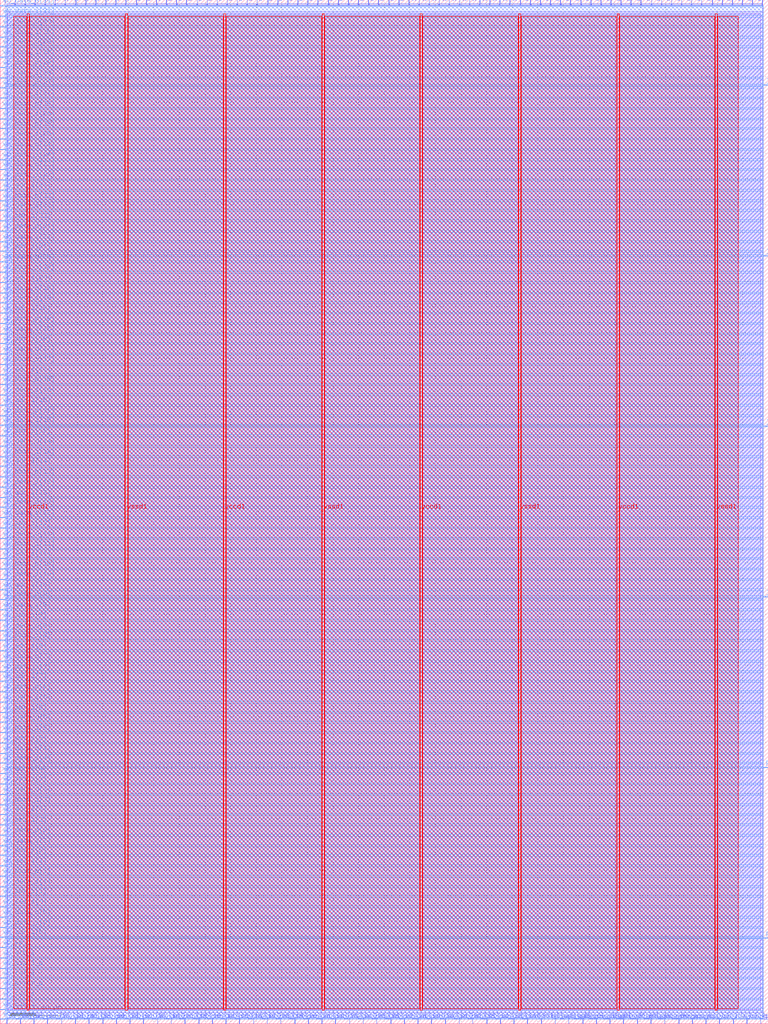
<source format=lef>
VERSION 5.7 ;
  NOWIREEXTENSIONATPIN ON ;
  DIVIDERCHAR "/" ;
  BUSBITCHARS "[]" ;
MACRO Peripherals
  CLASS BLOCK ;
  FOREIGN Peripherals ;
  ORIGIN 0.000 0.000 ;
  SIZE 600.000 BY 800.000 ;
  PIN flash_csb
    DIRECTION INPUT ;
    USE SIGNAL ;
    PORT
      LAYER met2 ;
        RECT 433.410 0.000 433.690 4.000 ;
    END
  END flash_csb
  PIN flash_io0_read
    DIRECTION OUTPUT TRISTATE ;
    USE SIGNAL ;
    PORT
      LAYER met2 ;
        RECT 443.990 0.000 444.270 4.000 ;
    END
  END flash_io0_read
  PIN flash_io0_we
    DIRECTION INPUT ;
    USE SIGNAL ;
    PORT
      LAYER met2 ;
        RECT 455.030 0.000 455.310 4.000 ;
    END
  END flash_io0_we
  PIN flash_io0_write
    DIRECTION INPUT ;
    USE SIGNAL ;
    PORT
      LAYER met2 ;
        RECT 465.610 0.000 465.890 4.000 ;
    END
  END flash_io0_write
  PIN flash_io1_read
    DIRECTION OUTPUT TRISTATE ;
    USE SIGNAL ;
    PORT
      LAYER met2 ;
        RECT 476.190 0.000 476.470 4.000 ;
    END
  END flash_io1_read
  PIN flash_io1_we
    DIRECTION INPUT ;
    USE SIGNAL ;
    PORT
      LAYER met2 ;
        RECT 486.770 0.000 487.050 4.000 ;
    END
  END flash_io1_we
  PIN flash_io1_write
    DIRECTION INPUT ;
    USE SIGNAL ;
    PORT
      LAYER met2 ;
        RECT 497.810 0.000 498.090 4.000 ;
    END
  END flash_io1_write
  PIN flash_sck
    DIRECTION INPUT ;
    USE SIGNAL ;
    PORT
      LAYER met2 ;
        RECT 508.390 0.000 508.670 4.000 ;
    END
  END flash_sck
  PIN internal_uart_rx
    DIRECTION INPUT ;
    USE SIGNAL ;
    PORT
      LAYER met2 ;
        RECT 411.790 0.000 412.070 4.000 ;
    END
  END internal_uart_rx
  PIN internal_uart_tx
    DIRECTION OUTPUT TRISTATE ;
    USE SIGNAL ;
    PORT
      LAYER met2 ;
        RECT 422.830 0.000 423.110 4.000 ;
    END
  END internal_uart_tx
  PIN io_in[0]
    DIRECTION INPUT ;
    USE SIGNAL ;
    PORT
      LAYER met2 ;
        RECT 3.770 796.000 4.050 800.000 ;
    END
  END io_in[0]
  PIN io_in[10]
    DIRECTION INPUT ;
    USE SIGNAL ;
    PORT
      LAYER met2 ;
        RECT 82.430 796.000 82.710 800.000 ;
    END
  END io_in[10]
  PIN io_in[11]
    DIRECTION INPUT ;
    USE SIGNAL ;
    PORT
      LAYER met2 ;
        RECT 90.250 796.000 90.530 800.000 ;
    END
  END io_in[11]
  PIN io_in[12]
    DIRECTION INPUT ;
    USE SIGNAL ;
    PORT
      LAYER met2 ;
        RECT 98.070 796.000 98.350 800.000 ;
    END
  END io_in[12]
  PIN io_in[13]
    DIRECTION INPUT ;
    USE SIGNAL ;
    PORT
      LAYER met2 ;
        RECT 106.350 796.000 106.630 800.000 ;
    END
  END io_in[13]
  PIN io_in[14]
    DIRECTION INPUT ;
    USE SIGNAL ;
    PORT
      LAYER met2 ;
        RECT 114.170 796.000 114.450 800.000 ;
    END
  END io_in[14]
  PIN io_in[15]
    DIRECTION INPUT ;
    USE SIGNAL ;
    PORT
      LAYER met2 ;
        RECT 121.990 796.000 122.270 800.000 ;
    END
  END io_in[15]
  PIN io_in[16]
    DIRECTION INPUT ;
    USE SIGNAL ;
    PORT
      LAYER met2 ;
        RECT 129.810 796.000 130.090 800.000 ;
    END
  END io_in[16]
  PIN io_in[17]
    DIRECTION INPUT ;
    USE SIGNAL ;
    PORT
      LAYER met2 ;
        RECT 137.630 796.000 137.910 800.000 ;
    END
  END io_in[17]
  PIN io_in[18]
    DIRECTION INPUT ;
    USE SIGNAL ;
    PORT
      LAYER met2 ;
        RECT 145.450 796.000 145.730 800.000 ;
    END
  END io_in[18]
  PIN io_in[19]
    DIRECTION INPUT ;
    USE SIGNAL ;
    PORT
      LAYER met2 ;
        RECT 153.730 796.000 154.010 800.000 ;
    END
  END io_in[19]
  PIN io_in[1]
    DIRECTION INPUT ;
    USE SIGNAL ;
    PORT
      LAYER met2 ;
        RECT 11.590 796.000 11.870 800.000 ;
    END
  END io_in[1]
  PIN io_in[20]
    DIRECTION INPUT ;
    USE SIGNAL ;
    PORT
      LAYER met2 ;
        RECT 161.550 796.000 161.830 800.000 ;
    END
  END io_in[20]
  PIN io_in[21]
    DIRECTION INPUT ;
    USE SIGNAL ;
    PORT
      LAYER met2 ;
        RECT 169.370 796.000 169.650 800.000 ;
    END
  END io_in[21]
  PIN io_in[22]
    DIRECTION INPUT ;
    USE SIGNAL ;
    PORT
      LAYER met2 ;
        RECT 177.190 796.000 177.470 800.000 ;
    END
  END io_in[22]
  PIN io_in[23]
    DIRECTION INPUT ;
    USE SIGNAL ;
    PORT
      LAYER met2 ;
        RECT 185.010 796.000 185.290 800.000 ;
    END
  END io_in[23]
  PIN io_in[24]
    DIRECTION INPUT ;
    USE SIGNAL ;
    PORT
      LAYER met2 ;
        RECT 192.830 796.000 193.110 800.000 ;
    END
  END io_in[24]
  PIN io_in[25]
    DIRECTION INPUT ;
    USE SIGNAL ;
    PORT
      LAYER met2 ;
        RECT 200.650 796.000 200.930 800.000 ;
    END
  END io_in[25]
  PIN io_in[26]
    DIRECTION INPUT ;
    USE SIGNAL ;
    PORT
      LAYER met2 ;
        RECT 208.930 796.000 209.210 800.000 ;
    END
  END io_in[26]
  PIN io_in[27]
    DIRECTION INPUT ;
    USE SIGNAL ;
    PORT
      LAYER met2 ;
        RECT 216.750 796.000 217.030 800.000 ;
    END
  END io_in[27]
  PIN io_in[28]
    DIRECTION INPUT ;
    USE SIGNAL ;
    PORT
      LAYER met2 ;
        RECT 224.570 796.000 224.850 800.000 ;
    END
  END io_in[28]
  PIN io_in[29]
    DIRECTION INPUT ;
    USE SIGNAL ;
    PORT
      LAYER met2 ;
        RECT 232.390 796.000 232.670 800.000 ;
    END
  END io_in[29]
  PIN io_in[2]
    DIRECTION INPUT ;
    USE SIGNAL ;
    PORT
      LAYER met2 ;
        RECT 19.410 796.000 19.690 800.000 ;
    END
  END io_in[2]
  PIN io_in[30]
    DIRECTION INPUT ;
    USE SIGNAL ;
    PORT
      LAYER met2 ;
        RECT 240.210 796.000 240.490 800.000 ;
    END
  END io_in[30]
  PIN io_in[31]
    DIRECTION INPUT ;
    USE SIGNAL ;
    PORT
      LAYER met2 ;
        RECT 248.030 796.000 248.310 800.000 ;
    END
  END io_in[31]
  PIN io_in[32]
    DIRECTION INPUT ;
    USE SIGNAL ;
    PORT
      LAYER met2 ;
        RECT 256.310 796.000 256.590 800.000 ;
    END
  END io_in[32]
  PIN io_in[33]
    DIRECTION INPUT ;
    USE SIGNAL ;
    PORT
      LAYER met2 ;
        RECT 264.130 796.000 264.410 800.000 ;
    END
  END io_in[33]
  PIN io_in[34]
    DIRECTION INPUT ;
    USE SIGNAL ;
    PORT
      LAYER met2 ;
        RECT 271.950 796.000 272.230 800.000 ;
    END
  END io_in[34]
  PIN io_in[35]
    DIRECTION INPUT ;
    USE SIGNAL ;
    PORT
      LAYER met2 ;
        RECT 279.770 796.000 280.050 800.000 ;
    END
  END io_in[35]
  PIN io_in[36]
    DIRECTION INPUT ;
    USE SIGNAL ;
    PORT
      LAYER met2 ;
        RECT 287.590 796.000 287.870 800.000 ;
    END
  END io_in[36]
  PIN io_in[37]
    DIRECTION INPUT ;
    USE SIGNAL ;
    PORT
      LAYER met2 ;
        RECT 295.410 796.000 295.690 800.000 ;
    END
  END io_in[37]
  PIN io_in[3]
    DIRECTION INPUT ;
    USE SIGNAL ;
    PORT
      LAYER met2 ;
        RECT 27.230 796.000 27.510 800.000 ;
    END
  END io_in[3]
  PIN io_in[4]
    DIRECTION INPUT ;
    USE SIGNAL ;
    PORT
      LAYER met2 ;
        RECT 35.050 796.000 35.330 800.000 ;
    END
  END io_in[4]
  PIN io_in[5]
    DIRECTION INPUT ;
    USE SIGNAL ;
    PORT
      LAYER met2 ;
        RECT 42.870 796.000 43.150 800.000 ;
    END
  END io_in[5]
  PIN io_in[6]
    DIRECTION INPUT ;
    USE SIGNAL ;
    PORT
      LAYER met2 ;
        RECT 50.690 796.000 50.970 800.000 ;
    END
  END io_in[6]
  PIN io_in[7]
    DIRECTION INPUT ;
    USE SIGNAL ;
    PORT
      LAYER met2 ;
        RECT 58.970 796.000 59.250 800.000 ;
    END
  END io_in[7]
  PIN io_in[8]
    DIRECTION INPUT ;
    USE SIGNAL ;
    PORT
      LAYER met2 ;
        RECT 66.790 796.000 67.070 800.000 ;
    END
  END io_in[8]
  PIN io_in[9]
    DIRECTION INPUT ;
    USE SIGNAL ;
    PORT
      LAYER met2 ;
        RECT 74.610 796.000 74.890 800.000 ;
    END
  END io_in[9]
  PIN io_oeb[0]
    DIRECTION OUTPUT TRISTATE ;
    USE SIGNAL ;
    PORT
      LAYER met2 ;
        RECT 5.150 0.000 5.430 4.000 ;
    END
  END io_oeb[0]
  PIN io_oeb[10]
    DIRECTION OUTPUT TRISTATE ;
    USE SIGNAL ;
    PORT
      LAYER met2 ;
        RECT 111.870 0.000 112.150 4.000 ;
    END
  END io_oeb[10]
  PIN io_oeb[11]
    DIRECTION OUTPUT TRISTATE ;
    USE SIGNAL ;
    PORT
      LAYER met2 ;
        RECT 122.910 0.000 123.190 4.000 ;
    END
  END io_oeb[11]
  PIN io_oeb[12]
    DIRECTION OUTPUT TRISTATE ;
    USE SIGNAL ;
    PORT
      LAYER met2 ;
        RECT 133.490 0.000 133.770 4.000 ;
    END
  END io_oeb[12]
  PIN io_oeb[13]
    DIRECTION OUTPUT TRISTATE ;
    USE SIGNAL ;
    PORT
      LAYER met2 ;
        RECT 144.070 0.000 144.350 4.000 ;
    END
  END io_oeb[13]
  PIN io_oeb[14]
    DIRECTION OUTPUT TRISTATE ;
    USE SIGNAL ;
    PORT
      LAYER met2 ;
        RECT 155.110 0.000 155.390 4.000 ;
    END
  END io_oeb[14]
  PIN io_oeb[15]
    DIRECTION OUTPUT TRISTATE ;
    USE SIGNAL ;
    PORT
      LAYER met2 ;
        RECT 165.690 0.000 165.970 4.000 ;
    END
  END io_oeb[15]
  PIN io_oeb[16]
    DIRECTION OUTPUT TRISTATE ;
    USE SIGNAL ;
    PORT
      LAYER met2 ;
        RECT 176.270 0.000 176.550 4.000 ;
    END
  END io_oeb[16]
  PIN io_oeb[17]
    DIRECTION OUTPUT TRISTATE ;
    USE SIGNAL ;
    PORT
      LAYER met2 ;
        RECT 186.850 0.000 187.130 4.000 ;
    END
  END io_oeb[17]
  PIN io_oeb[18]
    DIRECTION OUTPUT TRISTATE ;
    USE SIGNAL ;
    PORT
      LAYER met2 ;
        RECT 197.890 0.000 198.170 4.000 ;
    END
  END io_oeb[18]
  PIN io_oeb[19]
    DIRECTION OUTPUT TRISTATE ;
    USE SIGNAL ;
    PORT
      LAYER met2 ;
        RECT 208.470 0.000 208.750 4.000 ;
    END
  END io_oeb[19]
  PIN io_oeb[1]
    DIRECTION OUTPUT TRISTATE ;
    USE SIGNAL ;
    PORT
      LAYER met2 ;
        RECT 15.730 0.000 16.010 4.000 ;
    END
  END io_oeb[1]
  PIN io_oeb[20]
    DIRECTION OUTPUT TRISTATE ;
    USE SIGNAL ;
    PORT
      LAYER met2 ;
        RECT 219.050 0.000 219.330 4.000 ;
    END
  END io_oeb[20]
  PIN io_oeb[21]
    DIRECTION OUTPUT TRISTATE ;
    USE SIGNAL ;
    PORT
      LAYER met2 ;
        RECT 230.090 0.000 230.370 4.000 ;
    END
  END io_oeb[21]
  PIN io_oeb[22]
    DIRECTION OUTPUT TRISTATE ;
    USE SIGNAL ;
    PORT
      LAYER met2 ;
        RECT 240.670 0.000 240.950 4.000 ;
    END
  END io_oeb[22]
  PIN io_oeb[23]
    DIRECTION OUTPUT TRISTATE ;
    USE SIGNAL ;
    PORT
      LAYER met2 ;
        RECT 251.250 0.000 251.530 4.000 ;
    END
  END io_oeb[23]
  PIN io_oeb[24]
    DIRECTION OUTPUT TRISTATE ;
    USE SIGNAL ;
    PORT
      LAYER met2 ;
        RECT 261.830 0.000 262.110 4.000 ;
    END
  END io_oeb[24]
  PIN io_oeb[25]
    DIRECTION OUTPUT TRISTATE ;
    USE SIGNAL ;
    PORT
      LAYER met2 ;
        RECT 272.870 0.000 273.150 4.000 ;
    END
  END io_oeb[25]
  PIN io_oeb[26]
    DIRECTION OUTPUT TRISTATE ;
    USE SIGNAL ;
    PORT
      LAYER met2 ;
        RECT 283.450 0.000 283.730 4.000 ;
    END
  END io_oeb[26]
  PIN io_oeb[27]
    DIRECTION OUTPUT TRISTATE ;
    USE SIGNAL ;
    PORT
      LAYER met2 ;
        RECT 294.030 0.000 294.310 4.000 ;
    END
  END io_oeb[27]
  PIN io_oeb[28]
    DIRECTION OUTPUT TRISTATE ;
    USE SIGNAL ;
    PORT
      LAYER met2 ;
        RECT 305.070 0.000 305.350 4.000 ;
    END
  END io_oeb[28]
  PIN io_oeb[29]
    DIRECTION OUTPUT TRISTATE ;
    USE SIGNAL ;
    PORT
      LAYER met2 ;
        RECT 315.650 0.000 315.930 4.000 ;
    END
  END io_oeb[29]
  PIN io_oeb[2]
    DIRECTION OUTPUT TRISTATE ;
    USE SIGNAL ;
    PORT
      LAYER met2 ;
        RECT 26.310 0.000 26.590 4.000 ;
    END
  END io_oeb[2]
  PIN io_oeb[30]
    DIRECTION OUTPUT TRISTATE ;
    USE SIGNAL ;
    PORT
      LAYER met2 ;
        RECT 326.230 0.000 326.510 4.000 ;
    END
  END io_oeb[30]
  PIN io_oeb[31]
    DIRECTION OUTPUT TRISTATE ;
    USE SIGNAL ;
    PORT
      LAYER met2 ;
        RECT 336.810 0.000 337.090 4.000 ;
    END
  END io_oeb[31]
  PIN io_oeb[32]
    DIRECTION OUTPUT TRISTATE ;
    USE SIGNAL ;
    PORT
      LAYER met2 ;
        RECT 347.850 0.000 348.130 4.000 ;
    END
  END io_oeb[32]
  PIN io_oeb[33]
    DIRECTION OUTPUT TRISTATE ;
    USE SIGNAL ;
    PORT
      LAYER met2 ;
        RECT 358.430 0.000 358.710 4.000 ;
    END
  END io_oeb[33]
  PIN io_oeb[34]
    DIRECTION OUTPUT TRISTATE ;
    USE SIGNAL ;
    PORT
      LAYER met2 ;
        RECT 369.010 0.000 369.290 4.000 ;
    END
  END io_oeb[34]
  PIN io_oeb[35]
    DIRECTION OUTPUT TRISTATE ;
    USE SIGNAL ;
    PORT
      LAYER met2 ;
        RECT 380.050 0.000 380.330 4.000 ;
    END
  END io_oeb[35]
  PIN io_oeb[36]
    DIRECTION OUTPUT TRISTATE ;
    USE SIGNAL ;
    PORT
      LAYER met2 ;
        RECT 390.630 0.000 390.910 4.000 ;
    END
  END io_oeb[36]
  PIN io_oeb[37]
    DIRECTION OUTPUT TRISTATE ;
    USE SIGNAL ;
    PORT
      LAYER met2 ;
        RECT 401.210 0.000 401.490 4.000 ;
    END
  END io_oeb[37]
  PIN io_oeb[3]
    DIRECTION OUTPUT TRISTATE ;
    USE SIGNAL ;
    PORT
      LAYER met2 ;
        RECT 36.890 0.000 37.170 4.000 ;
    END
  END io_oeb[3]
  PIN io_oeb[4]
    DIRECTION OUTPUT TRISTATE ;
    USE SIGNAL ;
    PORT
      LAYER met2 ;
        RECT 47.930 0.000 48.210 4.000 ;
    END
  END io_oeb[4]
  PIN io_oeb[5]
    DIRECTION OUTPUT TRISTATE ;
    USE SIGNAL ;
    PORT
      LAYER met2 ;
        RECT 58.510 0.000 58.790 4.000 ;
    END
  END io_oeb[5]
  PIN io_oeb[6]
    DIRECTION OUTPUT TRISTATE ;
    USE SIGNAL ;
    PORT
      LAYER met2 ;
        RECT 69.090 0.000 69.370 4.000 ;
    END
  END io_oeb[6]
  PIN io_oeb[7]
    DIRECTION OUTPUT TRISTATE ;
    USE SIGNAL ;
    PORT
      LAYER met2 ;
        RECT 80.130 0.000 80.410 4.000 ;
    END
  END io_oeb[7]
  PIN io_oeb[8]
    DIRECTION OUTPUT TRISTATE ;
    USE SIGNAL ;
    PORT
      LAYER met2 ;
        RECT 90.710 0.000 90.990 4.000 ;
    END
  END io_oeb[8]
  PIN io_oeb[9]
    DIRECTION OUTPUT TRISTATE ;
    USE SIGNAL ;
    PORT
      LAYER met2 ;
        RECT 101.290 0.000 101.570 4.000 ;
    END
  END io_oeb[9]
  PIN io_out[0]
    DIRECTION OUTPUT TRISTATE ;
    USE SIGNAL ;
    PORT
      LAYER met2 ;
        RECT 303.690 796.000 303.970 800.000 ;
    END
  END io_out[0]
  PIN io_out[10]
    DIRECTION OUTPUT TRISTATE ;
    USE SIGNAL ;
    PORT
      LAYER met2 ;
        RECT 382.350 796.000 382.630 800.000 ;
    END
  END io_out[10]
  PIN io_out[11]
    DIRECTION OUTPUT TRISTATE ;
    USE SIGNAL ;
    PORT
      LAYER met2 ;
        RECT 390.170 796.000 390.450 800.000 ;
    END
  END io_out[11]
  PIN io_out[12]
    DIRECTION OUTPUT TRISTATE ;
    USE SIGNAL ;
    PORT
      LAYER met2 ;
        RECT 397.990 796.000 398.270 800.000 ;
    END
  END io_out[12]
  PIN io_out[13]
    DIRECTION OUTPUT TRISTATE ;
    USE SIGNAL ;
    PORT
      LAYER met2 ;
        RECT 406.270 796.000 406.550 800.000 ;
    END
  END io_out[13]
  PIN io_out[14]
    DIRECTION OUTPUT TRISTATE ;
    USE SIGNAL ;
    PORT
      LAYER met2 ;
        RECT 414.090 796.000 414.370 800.000 ;
    END
  END io_out[14]
  PIN io_out[15]
    DIRECTION OUTPUT TRISTATE ;
    USE SIGNAL ;
    PORT
      LAYER met2 ;
        RECT 421.910 796.000 422.190 800.000 ;
    END
  END io_out[15]
  PIN io_out[16]
    DIRECTION OUTPUT TRISTATE ;
    USE SIGNAL ;
    PORT
      LAYER met2 ;
        RECT 429.730 796.000 430.010 800.000 ;
    END
  END io_out[16]
  PIN io_out[17]
    DIRECTION OUTPUT TRISTATE ;
    USE SIGNAL ;
    PORT
      LAYER met2 ;
        RECT 437.550 796.000 437.830 800.000 ;
    END
  END io_out[17]
  PIN io_out[18]
    DIRECTION OUTPUT TRISTATE ;
    USE SIGNAL ;
    PORT
      LAYER met2 ;
        RECT 445.370 796.000 445.650 800.000 ;
    END
  END io_out[18]
  PIN io_out[19]
    DIRECTION OUTPUT TRISTATE ;
    USE SIGNAL ;
    PORT
      LAYER met2 ;
        RECT 453.650 796.000 453.930 800.000 ;
    END
  END io_out[19]
  PIN io_out[1]
    DIRECTION OUTPUT TRISTATE ;
    USE SIGNAL ;
    PORT
      LAYER met2 ;
        RECT 311.510 796.000 311.790 800.000 ;
    END
  END io_out[1]
  PIN io_out[20]
    DIRECTION OUTPUT TRISTATE ;
    USE SIGNAL ;
    PORT
      LAYER met2 ;
        RECT 461.470 796.000 461.750 800.000 ;
    END
  END io_out[20]
  PIN io_out[21]
    DIRECTION OUTPUT TRISTATE ;
    USE SIGNAL ;
    PORT
      LAYER met2 ;
        RECT 469.290 796.000 469.570 800.000 ;
    END
  END io_out[21]
  PIN io_out[22]
    DIRECTION OUTPUT TRISTATE ;
    USE SIGNAL ;
    PORT
      LAYER met2 ;
        RECT 477.110 796.000 477.390 800.000 ;
    END
  END io_out[22]
  PIN io_out[23]
    DIRECTION OUTPUT TRISTATE ;
    USE SIGNAL ;
    PORT
      LAYER met2 ;
        RECT 484.930 796.000 485.210 800.000 ;
    END
  END io_out[23]
  PIN io_out[24]
    DIRECTION OUTPUT TRISTATE ;
    USE SIGNAL ;
    PORT
      LAYER met2 ;
        RECT 492.750 796.000 493.030 800.000 ;
    END
  END io_out[24]
  PIN io_out[25]
    DIRECTION OUTPUT TRISTATE ;
    USE SIGNAL ;
    PORT
      LAYER met2 ;
        RECT 500.570 796.000 500.850 800.000 ;
    END
  END io_out[25]
  PIN io_out[26]
    DIRECTION OUTPUT TRISTATE ;
    USE SIGNAL ;
    PORT
      LAYER met2 ;
        RECT 508.850 796.000 509.130 800.000 ;
    END
  END io_out[26]
  PIN io_out[27]
    DIRECTION OUTPUT TRISTATE ;
    USE SIGNAL ;
    PORT
      LAYER met2 ;
        RECT 516.670 796.000 516.950 800.000 ;
    END
  END io_out[27]
  PIN io_out[28]
    DIRECTION OUTPUT TRISTATE ;
    USE SIGNAL ;
    PORT
      LAYER met2 ;
        RECT 524.490 796.000 524.770 800.000 ;
    END
  END io_out[28]
  PIN io_out[29]
    DIRECTION OUTPUT TRISTATE ;
    USE SIGNAL ;
    PORT
      LAYER met2 ;
        RECT 532.310 796.000 532.590 800.000 ;
    END
  END io_out[29]
  PIN io_out[2]
    DIRECTION OUTPUT TRISTATE ;
    USE SIGNAL ;
    PORT
      LAYER met2 ;
        RECT 319.330 796.000 319.610 800.000 ;
    END
  END io_out[2]
  PIN io_out[30]
    DIRECTION OUTPUT TRISTATE ;
    USE SIGNAL ;
    PORT
      LAYER met2 ;
        RECT 540.130 796.000 540.410 800.000 ;
    END
  END io_out[30]
  PIN io_out[31]
    DIRECTION OUTPUT TRISTATE ;
    USE SIGNAL ;
    PORT
      LAYER met2 ;
        RECT 547.950 796.000 548.230 800.000 ;
    END
  END io_out[31]
  PIN io_out[32]
    DIRECTION OUTPUT TRISTATE ;
    USE SIGNAL ;
    PORT
      LAYER met2 ;
        RECT 556.230 796.000 556.510 800.000 ;
    END
  END io_out[32]
  PIN io_out[33]
    DIRECTION OUTPUT TRISTATE ;
    USE SIGNAL ;
    PORT
      LAYER met2 ;
        RECT 564.050 796.000 564.330 800.000 ;
    END
  END io_out[33]
  PIN io_out[34]
    DIRECTION OUTPUT TRISTATE ;
    USE SIGNAL ;
    PORT
      LAYER met2 ;
        RECT 571.870 796.000 572.150 800.000 ;
    END
  END io_out[34]
  PIN io_out[35]
    DIRECTION OUTPUT TRISTATE ;
    USE SIGNAL ;
    PORT
      LAYER met2 ;
        RECT 579.690 796.000 579.970 800.000 ;
    END
  END io_out[35]
  PIN io_out[36]
    DIRECTION OUTPUT TRISTATE ;
    USE SIGNAL ;
    PORT
      LAYER met2 ;
        RECT 587.510 796.000 587.790 800.000 ;
    END
  END io_out[36]
  PIN io_out[37]
    DIRECTION OUTPUT TRISTATE ;
    USE SIGNAL ;
    PORT
      LAYER met2 ;
        RECT 595.330 796.000 595.610 800.000 ;
    END
  END io_out[37]
  PIN io_out[3]
    DIRECTION OUTPUT TRISTATE ;
    USE SIGNAL ;
    PORT
      LAYER met2 ;
        RECT 327.150 796.000 327.430 800.000 ;
    END
  END io_out[3]
  PIN io_out[4]
    DIRECTION OUTPUT TRISTATE ;
    USE SIGNAL ;
    PORT
      LAYER met2 ;
        RECT 334.970 796.000 335.250 800.000 ;
    END
  END io_out[4]
  PIN io_out[5]
    DIRECTION OUTPUT TRISTATE ;
    USE SIGNAL ;
    PORT
      LAYER met2 ;
        RECT 342.790 796.000 343.070 800.000 ;
    END
  END io_out[5]
  PIN io_out[6]
    DIRECTION OUTPUT TRISTATE ;
    USE SIGNAL ;
    PORT
      LAYER met2 ;
        RECT 350.610 796.000 350.890 800.000 ;
    END
  END io_out[6]
  PIN io_out[7]
    DIRECTION OUTPUT TRISTATE ;
    USE SIGNAL ;
    PORT
      LAYER met2 ;
        RECT 358.890 796.000 359.170 800.000 ;
    END
  END io_out[7]
  PIN io_out[8]
    DIRECTION OUTPUT TRISTATE ;
    USE SIGNAL ;
    PORT
      LAYER met2 ;
        RECT 366.710 796.000 366.990 800.000 ;
    END
  END io_out[8]
  PIN io_out[9]
    DIRECTION OUTPUT TRISTATE ;
    USE SIGNAL ;
    PORT
      LAYER met2 ;
        RECT 374.530 796.000 374.810 800.000 ;
    END
  END io_out[9]
  PIN jtag_tck
    DIRECTION OUTPUT TRISTATE ;
    USE SIGNAL ;
    PORT
      LAYER met3 ;
        RECT 596.000 333.240 600.000 333.840 ;
    END
  END jtag_tck
  PIN jtag_tdi
    DIRECTION OUTPUT TRISTATE ;
    USE SIGNAL ;
    PORT
      LAYER met3 ;
        RECT 596.000 466.520 600.000 467.120 ;
    END
  END jtag_tdi
  PIN jtag_tdo
    DIRECTION INPUT ;
    USE SIGNAL ;
    PORT
      LAYER met3 ;
        RECT 596.000 599.800 600.000 600.400 ;
    END
  END jtag_tdo
  PIN jtag_tms
    DIRECTION OUTPUT TRISTATE ;
    USE SIGNAL ;
    PORT
      LAYER met3 ;
        RECT 596.000 733.080 600.000 733.680 ;
    END
  END jtag_tms
  PIN probe_blink[0]
    DIRECTION OUTPUT TRISTATE ;
    USE SIGNAL ;
    PORT
      LAYER met3 ;
        RECT 596.000 66.680 600.000 67.280 ;
    END
  END probe_blink[0]
  PIN probe_blink[1]
    DIRECTION OUTPUT TRISTATE ;
    USE SIGNAL ;
    PORT
      LAYER met3 ;
        RECT 596.000 199.960 600.000 200.560 ;
    END
  END probe_blink[1]
  PIN vccd1
    DIRECTION INPUT ;
    USE POWER ;
    PORT
      LAYER met4 ;
        RECT 21.040 10.640 22.640 789.040 ;
    END
    PORT
      LAYER met4 ;
        RECT 174.640 10.640 176.240 789.040 ;
    END
    PORT
      LAYER met4 ;
        RECT 328.240 10.640 329.840 789.040 ;
    END
    PORT
      LAYER met4 ;
        RECT 481.840 10.640 483.440 789.040 ;
    END
  END vccd1
  PIN vga_b[0]
    DIRECTION INPUT ;
    USE SIGNAL ;
    PORT
      LAYER met2 ;
        RECT 540.590 0.000 540.870 4.000 ;
    END
  END vga_b[0]
  PIN vga_b[1]
    DIRECTION INPUT ;
    USE SIGNAL ;
    PORT
      LAYER met2 ;
        RECT 572.790 0.000 573.070 4.000 ;
    END
  END vga_b[1]
  PIN vga_g[0]
    DIRECTION INPUT ;
    USE SIGNAL ;
    PORT
      LAYER met2 ;
        RECT 551.170 0.000 551.450 4.000 ;
    END
  END vga_g[0]
  PIN vga_g[1]
    DIRECTION INPUT ;
    USE SIGNAL ;
    PORT
      LAYER met2 ;
        RECT 583.370 0.000 583.650 4.000 ;
    END
  END vga_g[1]
  PIN vga_hsync
    DIRECTION INPUT ;
    USE SIGNAL ;
    PORT
      LAYER met2 ;
        RECT 518.970 0.000 519.250 4.000 ;
    END
  END vga_hsync
  PIN vga_r[0]
    DIRECTION INPUT ;
    USE SIGNAL ;
    PORT
      LAYER met2 ;
        RECT 561.750 0.000 562.030 4.000 ;
    END
  END vga_r[0]
  PIN vga_r[1]
    DIRECTION INPUT ;
    USE SIGNAL ;
    PORT
      LAYER met2 ;
        RECT 593.950 0.000 594.230 4.000 ;
    END
  END vga_r[1]
  PIN vga_vsync
    DIRECTION INPUT ;
    USE SIGNAL ;
    PORT
      LAYER met2 ;
        RECT 530.010 0.000 530.290 4.000 ;
    END
  END vga_vsync
  PIN vssd1
    DIRECTION INPUT ;
    USE GROUND ;
    PORT
      LAYER met4 ;
        RECT 97.840 10.640 99.440 789.040 ;
    END
    PORT
      LAYER met4 ;
        RECT 251.440 10.640 253.040 789.040 ;
    END
    PORT
      LAYER met4 ;
        RECT 405.040 10.640 406.640 789.040 ;
    END
    PORT
      LAYER met4 ;
        RECT 558.640 10.640 560.240 789.040 ;
    END
  END vssd1
  PIN wb_ack_o
    DIRECTION OUTPUT TRISTATE ;
    USE SIGNAL ;
    PORT
      LAYER met3 ;
        RECT 0.000 3.440 4.000 4.040 ;
    END
  END wb_ack_o
  PIN wb_adr_i[0]
    DIRECTION INPUT ;
    USE SIGNAL ;
    PORT
      LAYER met3 ;
        RECT 0.000 67.360 4.000 67.960 ;
    END
  END wb_adr_i[0]
  PIN wb_adr_i[10]
    DIRECTION INPUT ;
    USE SIGNAL ;
    PORT
      LAYER met3 ;
        RECT 0.000 338.680 4.000 339.280 ;
    END
  END wb_adr_i[10]
  PIN wb_adr_i[11]
    DIRECTION INPUT ;
    USE SIGNAL ;
    PORT
      LAYER met3 ;
        RECT 0.000 363.160 4.000 363.760 ;
    END
  END wb_adr_i[11]
  PIN wb_adr_i[12]
    DIRECTION INPUT ;
    USE SIGNAL ;
    PORT
      LAYER met3 ;
        RECT 0.000 386.960 4.000 387.560 ;
    END
  END wb_adr_i[12]
  PIN wb_adr_i[13]
    DIRECTION INPUT ;
    USE SIGNAL ;
    PORT
      LAYER met3 ;
        RECT 0.000 410.760 4.000 411.360 ;
    END
  END wb_adr_i[13]
  PIN wb_adr_i[14]
    DIRECTION INPUT ;
    USE SIGNAL ;
    PORT
      LAYER met3 ;
        RECT 0.000 435.240 4.000 435.840 ;
    END
  END wb_adr_i[14]
  PIN wb_adr_i[15]
    DIRECTION INPUT ;
    USE SIGNAL ;
    PORT
      LAYER met3 ;
        RECT 0.000 459.040 4.000 459.640 ;
    END
  END wb_adr_i[15]
  PIN wb_adr_i[16]
    DIRECTION INPUT ;
    USE SIGNAL ;
    PORT
      LAYER met3 ;
        RECT 0.000 482.840 4.000 483.440 ;
    END
  END wb_adr_i[16]
  PIN wb_adr_i[17]
    DIRECTION INPUT ;
    USE SIGNAL ;
    PORT
      LAYER met3 ;
        RECT 0.000 506.640 4.000 507.240 ;
    END
  END wb_adr_i[17]
  PIN wb_adr_i[18]
    DIRECTION INPUT ;
    USE SIGNAL ;
    PORT
      LAYER met3 ;
        RECT 0.000 531.120 4.000 531.720 ;
    END
  END wb_adr_i[18]
  PIN wb_adr_i[19]
    DIRECTION INPUT ;
    USE SIGNAL ;
    PORT
      LAYER met3 ;
        RECT 0.000 554.920 4.000 555.520 ;
    END
  END wb_adr_i[19]
  PIN wb_adr_i[1]
    DIRECTION INPUT ;
    USE SIGNAL ;
    PORT
      LAYER met3 ;
        RECT 0.000 99.320 4.000 99.920 ;
    END
  END wb_adr_i[1]
  PIN wb_adr_i[20]
    DIRECTION INPUT ;
    USE SIGNAL ;
    PORT
      LAYER met3 ;
        RECT 0.000 578.720 4.000 579.320 ;
    END
  END wb_adr_i[20]
  PIN wb_adr_i[21]
    DIRECTION INPUT ;
    USE SIGNAL ;
    PORT
      LAYER met3 ;
        RECT 0.000 603.200 4.000 603.800 ;
    END
  END wb_adr_i[21]
  PIN wb_adr_i[22]
    DIRECTION INPUT ;
    USE SIGNAL ;
    PORT
      LAYER met3 ;
        RECT 0.000 627.000 4.000 627.600 ;
    END
  END wb_adr_i[22]
  PIN wb_adr_i[23]
    DIRECTION INPUT ;
    USE SIGNAL ;
    PORT
      LAYER met3 ;
        RECT 0.000 650.800 4.000 651.400 ;
    END
  END wb_adr_i[23]
  PIN wb_adr_i[2]
    DIRECTION INPUT ;
    USE SIGNAL ;
    PORT
      LAYER met3 ;
        RECT 0.000 131.280 4.000 131.880 ;
    END
  END wb_adr_i[2]
  PIN wb_adr_i[3]
    DIRECTION INPUT ;
    USE SIGNAL ;
    PORT
      LAYER met3 ;
        RECT 0.000 163.240 4.000 163.840 ;
    END
  END wb_adr_i[3]
  PIN wb_adr_i[4]
    DIRECTION INPUT ;
    USE SIGNAL ;
    PORT
      LAYER met3 ;
        RECT 0.000 195.200 4.000 195.800 ;
    END
  END wb_adr_i[4]
  PIN wb_adr_i[5]
    DIRECTION INPUT ;
    USE SIGNAL ;
    PORT
      LAYER met3 ;
        RECT 0.000 219.000 4.000 219.600 ;
    END
  END wb_adr_i[5]
  PIN wb_adr_i[6]
    DIRECTION INPUT ;
    USE SIGNAL ;
    PORT
      LAYER met3 ;
        RECT 0.000 242.800 4.000 243.400 ;
    END
  END wb_adr_i[6]
  PIN wb_adr_i[7]
    DIRECTION INPUT ;
    USE SIGNAL ;
    PORT
      LAYER met3 ;
        RECT 0.000 267.280 4.000 267.880 ;
    END
  END wb_adr_i[7]
  PIN wb_adr_i[8]
    DIRECTION INPUT ;
    USE SIGNAL ;
    PORT
      LAYER met3 ;
        RECT 0.000 291.080 4.000 291.680 ;
    END
  END wb_adr_i[8]
  PIN wb_adr_i[9]
    DIRECTION INPUT ;
    USE SIGNAL ;
    PORT
      LAYER met3 ;
        RECT 0.000 314.880 4.000 315.480 ;
    END
  END wb_adr_i[9]
  PIN wb_clk_i
    DIRECTION INPUT ;
    USE SIGNAL ;
    PORT
      LAYER met3 ;
        RECT 0.000 10.920 4.000 11.520 ;
    END
  END wb_clk_i
  PIN wb_cyc_i
    DIRECTION INPUT ;
    USE SIGNAL ;
    PORT
      LAYER met3 ;
        RECT 0.000 19.080 4.000 19.680 ;
    END
  END wb_cyc_i
  PIN wb_data_i[0]
    DIRECTION INPUT ;
    USE SIGNAL ;
    PORT
      LAYER met3 ;
        RECT 0.000 74.840 4.000 75.440 ;
    END
  END wb_data_i[0]
  PIN wb_data_i[10]
    DIRECTION INPUT ;
    USE SIGNAL ;
    PORT
      LAYER met3 ;
        RECT 0.000 346.840 4.000 347.440 ;
    END
  END wb_data_i[10]
  PIN wb_data_i[11]
    DIRECTION INPUT ;
    USE SIGNAL ;
    PORT
      LAYER met3 ;
        RECT 0.000 370.640 4.000 371.240 ;
    END
  END wb_data_i[11]
  PIN wb_data_i[12]
    DIRECTION INPUT ;
    USE SIGNAL ;
    PORT
      LAYER met3 ;
        RECT 0.000 395.120 4.000 395.720 ;
    END
  END wb_data_i[12]
  PIN wb_data_i[13]
    DIRECTION INPUT ;
    USE SIGNAL ;
    PORT
      LAYER met3 ;
        RECT 0.000 418.920 4.000 419.520 ;
    END
  END wb_data_i[13]
  PIN wb_data_i[14]
    DIRECTION INPUT ;
    USE SIGNAL ;
    PORT
      LAYER met3 ;
        RECT 0.000 442.720 4.000 443.320 ;
    END
  END wb_data_i[14]
  PIN wb_data_i[15]
    DIRECTION INPUT ;
    USE SIGNAL ;
    PORT
      LAYER met3 ;
        RECT 0.000 467.200 4.000 467.800 ;
    END
  END wb_data_i[15]
  PIN wb_data_i[16]
    DIRECTION INPUT ;
    USE SIGNAL ;
    PORT
      LAYER met3 ;
        RECT 0.000 491.000 4.000 491.600 ;
    END
  END wb_data_i[16]
  PIN wb_data_i[17]
    DIRECTION INPUT ;
    USE SIGNAL ;
    PORT
      LAYER met3 ;
        RECT 0.000 514.800 4.000 515.400 ;
    END
  END wb_data_i[17]
  PIN wb_data_i[18]
    DIRECTION INPUT ;
    USE SIGNAL ;
    PORT
      LAYER met3 ;
        RECT 0.000 538.600 4.000 539.200 ;
    END
  END wb_data_i[18]
  PIN wb_data_i[19]
    DIRECTION INPUT ;
    USE SIGNAL ;
    PORT
      LAYER met3 ;
        RECT 0.000 563.080 4.000 563.680 ;
    END
  END wb_data_i[19]
  PIN wb_data_i[1]
    DIRECTION INPUT ;
    USE SIGNAL ;
    PORT
      LAYER met3 ;
        RECT 0.000 106.800 4.000 107.400 ;
    END
  END wb_data_i[1]
  PIN wb_data_i[20]
    DIRECTION INPUT ;
    USE SIGNAL ;
    PORT
      LAYER met3 ;
        RECT 0.000 586.880 4.000 587.480 ;
    END
  END wb_data_i[20]
  PIN wb_data_i[21]
    DIRECTION INPUT ;
    USE SIGNAL ;
    PORT
      LAYER met3 ;
        RECT 0.000 610.680 4.000 611.280 ;
    END
  END wb_data_i[21]
  PIN wb_data_i[22]
    DIRECTION INPUT ;
    USE SIGNAL ;
    PORT
      LAYER met3 ;
        RECT 0.000 635.160 4.000 635.760 ;
    END
  END wb_data_i[22]
  PIN wb_data_i[23]
    DIRECTION INPUT ;
    USE SIGNAL ;
    PORT
      LAYER met3 ;
        RECT 0.000 658.960 4.000 659.560 ;
    END
  END wb_data_i[23]
  PIN wb_data_i[24]
    DIRECTION INPUT ;
    USE SIGNAL ;
    PORT
      LAYER met3 ;
        RECT 0.000 674.600 4.000 675.200 ;
    END
  END wb_data_i[24]
  PIN wb_data_i[25]
    DIRECTION INPUT ;
    USE SIGNAL ;
    PORT
      LAYER met3 ;
        RECT 0.000 690.920 4.000 691.520 ;
    END
  END wb_data_i[25]
  PIN wb_data_i[26]
    DIRECTION INPUT ;
    USE SIGNAL ;
    PORT
      LAYER met3 ;
        RECT 0.000 706.560 4.000 707.160 ;
    END
  END wb_data_i[26]
  PIN wb_data_i[27]
    DIRECTION INPUT ;
    USE SIGNAL ;
    PORT
      LAYER met3 ;
        RECT 0.000 722.880 4.000 723.480 ;
    END
  END wb_data_i[27]
  PIN wb_data_i[28]
    DIRECTION INPUT ;
    USE SIGNAL ;
    PORT
      LAYER met3 ;
        RECT 0.000 738.520 4.000 739.120 ;
    END
  END wb_data_i[28]
  PIN wb_data_i[29]
    DIRECTION INPUT ;
    USE SIGNAL ;
    PORT
      LAYER met3 ;
        RECT 0.000 754.840 4.000 755.440 ;
    END
  END wb_data_i[29]
  PIN wb_data_i[2]
    DIRECTION INPUT ;
    USE SIGNAL ;
    PORT
      LAYER met3 ;
        RECT 0.000 138.760 4.000 139.360 ;
    END
  END wb_data_i[2]
  PIN wb_data_i[30]
    DIRECTION INPUT ;
    USE SIGNAL ;
    PORT
      LAYER met3 ;
        RECT 0.000 770.480 4.000 771.080 ;
    END
  END wb_data_i[30]
  PIN wb_data_i[31]
    DIRECTION INPUT ;
    USE SIGNAL ;
    PORT
      LAYER met3 ;
        RECT 0.000 786.800 4.000 787.400 ;
    END
  END wb_data_i[31]
  PIN wb_data_i[3]
    DIRECTION INPUT ;
    USE SIGNAL ;
    PORT
      LAYER met3 ;
        RECT 0.000 170.720 4.000 171.320 ;
    END
  END wb_data_i[3]
  PIN wb_data_i[4]
    DIRECTION INPUT ;
    USE SIGNAL ;
    PORT
      LAYER met3 ;
        RECT 0.000 203.360 4.000 203.960 ;
    END
  END wb_data_i[4]
  PIN wb_data_i[5]
    DIRECTION INPUT ;
    USE SIGNAL ;
    PORT
      LAYER met3 ;
        RECT 0.000 227.160 4.000 227.760 ;
    END
  END wb_data_i[5]
  PIN wb_data_i[6]
    DIRECTION INPUT ;
    USE SIGNAL ;
    PORT
      LAYER met3 ;
        RECT 0.000 250.960 4.000 251.560 ;
    END
  END wb_data_i[6]
  PIN wb_data_i[7]
    DIRECTION INPUT ;
    USE SIGNAL ;
    PORT
      LAYER met3 ;
        RECT 0.000 274.760 4.000 275.360 ;
    END
  END wb_data_i[7]
  PIN wb_data_i[8]
    DIRECTION INPUT ;
    USE SIGNAL ;
    PORT
      LAYER met3 ;
        RECT 0.000 299.240 4.000 299.840 ;
    END
  END wb_data_i[8]
  PIN wb_data_i[9]
    DIRECTION INPUT ;
    USE SIGNAL ;
    PORT
      LAYER met3 ;
        RECT 0.000 323.040 4.000 323.640 ;
    END
  END wb_data_i[9]
  PIN wb_data_o[0]
    DIRECTION OUTPUT TRISTATE ;
    USE SIGNAL ;
    PORT
      LAYER met3 ;
        RECT 0.000 83.000 4.000 83.600 ;
    END
  END wb_data_o[0]
  PIN wb_data_o[10]
    DIRECTION OUTPUT TRISTATE ;
    USE SIGNAL ;
    PORT
      LAYER met3 ;
        RECT 0.000 355.000 4.000 355.600 ;
    END
  END wb_data_o[10]
  PIN wb_data_o[11]
    DIRECTION OUTPUT TRISTATE ;
    USE SIGNAL ;
    PORT
      LAYER met3 ;
        RECT 0.000 378.800 4.000 379.400 ;
    END
  END wb_data_o[11]
  PIN wb_data_o[12]
    DIRECTION OUTPUT TRISTATE ;
    USE SIGNAL ;
    PORT
      LAYER met3 ;
        RECT 0.000 403.280 4.000 403.880 ;
    END
  END wb_data_o[12]
  PIN wb_data_o[13]
    DIRECTION OUTPUT TRISTATE ;
    USE SIGNAL ;
    PORT
      LAYER met3 ;
        RECT 0.000 427.080 4.000 427.680 ;
    END
  END wb_data_o[13]
  PIN wb_data_o[14]
    DIRECTION OUTPUT TRISTATE ;
    USE SIGNAL ;
    PORT
      LAYER met3 ;
        RECT 0.000 450.880 4.000 451.480 ;
    END
  END wb_data_o[14]
  PIN wb_data_o[15]
    DIRECTION OUTPUT TRISTATE ;
    USE SIGNAL ;
    PORT
      LAYER met3 ;
        RECT 0.000 474.680 4.000 475.280 ;
    END
  END wb_data_o[15]
  PIN wb_data_o[16]
    DIRECTION OUTPUT TRISTATE ;
    USE SIGNAL ;
    PORT
      LAYER met3 ;
        RECT 0.000 499.160 4.000 499.760 ;
    END
  END wb_data_o[16]
  PIN wb_data_o[17]
    DIRECTION OUTPUT TRISTATE ;
    USE SIGNAL ;
    PORT
      LAYER met3 ;
        RECT 0.000 522.960 4.000 523.560 ;
    END
  END wb_data_o[17]
  PIN wb_data_o[18]
    DIRECTION OUTPUT TRISTATE ;
    USE SIGNAL ;
    PORT
      LAYER met3 ;
        RECT 0.000 546.760 4.000 547.360 ;
    END
  END wb_data_o[18]
  PIN wb_data_o[19]
    DIRECTION OUTPUT TRISTATE ;
    USE SIGNAL ;
    PORT
      LAYER met3 ;
        RECT 0.000 570.560 4.000 571.160 ;
    END
  END wb_data_o[19]
  PIN wb_data_o[1]
    DIRECTION OUTPUT TRISTATE ;
    USE SIGNAL ;
    PORT
      LAYER met3 ;
        RECT 0.000 114.960 4.000 115.560 ;
    END
  END wb_data_o[1]
  PIN wb_data_o[20]
    DIRECTION OUTPUT TRISTATE ;
    USE SIGNAL ;
    PORT
      LAYER met3 ;
        RECT 0.000 595.040 4.000 595.640 ;
    END
  END wb_data_o[20]
  PIN wb_data_o[21]
    DIRECTION OUTPUT TRISTATE ;
    USE SIGNAL ;
    PORT
      LAYER met3 ;
        RECT 0.000 618.840 4.000 619.440 ;
    END
  END wb_data_o[21]
  PIN wb_data_o[22]
    DIRECTION OUTPUT TRISTATE ;
    USE SIGNAL ;
    PORT
      LAYER met3 ;
        RECT 0.000 642.640 4.000 643.240 ;
    END
  END wb_data_o[22]
  PIN wb_data_o[23]
    DIRECTION OUTPUT TRISTATE ;
    USE SIGNAL ;
    PORT
      LAYER met3 ;
        RECT 0.000 667.120 4.000 667.720 ;
    END
  END wb_data_o[23]
  PIN wb_data_o[24]
    DIRECTION OUTPUT TRISTATE ;
    USE SIGNAL ;
    PORT
      LAYER met3 ;
        RECT 0.000 682.760 4.000 683.360 ;
    END
  END wb_data_o[24]
  PIN wb_data_o[25]
    DIRECTION OUTPUT TRISTATE ;
    USE SIGNAL ;
    PORT
      LAYER met3 ;
        RECT 0.000 699.080 4.000 699.680 ;
    END
  END wb_data_o[25]
  PIN wb_data_o[26]
    DIRECTION OUTPUT TRISTATE ;
    USE SIGNAL ;
    PORT
      LAYER met3 ;
        RECT 0.000 714.720 4.000 715.320 ;
    END
  END wb_data_o[26]
  PIN wb_data_o[27]
    DIRECTION OUTPUT TRISTATE ;
    USE SIGNAL ;
    PORT
      LAYER met3 ;
        RECT 0.000 731.040 4.000 731.640 ;
    END
  END wb_data_o[27]
  PIN wb_data_o[28]
    DIRECTION OUTPUT TRISTATE ;
    USE SIGNAL ;
    PORT
      LAYER met3 ;
        RECT 0.000 746.680 4.000 747.280 ;
    END
  END wb_data_o[28]
  PIN wb_data_o[29]
    DIRECTION OUTPUT TRISTATE ;
    USE SIGNAL ;
    PORT
      LAYER met3 ;
        RECT 0.000 763.000 4.000 763.600 ;
    END
  END wb_data_o[29]
  PIN wb_data_o[2]
    DIRECTION OUTPUT TRISTATE ;
    USE SIGNAL ;
    PORT
      LAYER met3 ;
        RECT 0.000 146.920 4.000 147.520 ;
    END
  END wb_data_o[2]
  PIN wb_data_o[30]
    DIRECTION OUTPUT TRISTATE ;
    USE SIGNAL ;
    PORT
      LAYER met3 ;
        RECT 0.000 778.640 4.000 779.240 ;
    END
  END wb_data_o[30]
  PIN wb_data_o[31]
    DIRECTION OUTPUT TRISTATE ;
    USE SIGNAL ;
    PORT
      LAYER met3 ;
        RECT 0.000 794.960 4.000 795.560 ;
    END
  END wb_data_o[31]
  PIN wb_data_o[3]
    DIRECTION OUTPUT TRISTATE ;
    USE SIGNAL ;
    PORT
      LAYER met3 ;
        RECT 0.000 178.880 4.000 179.480 ;
    END
  END wb_data_o[3]
  PIN wb_data_o[4]
    DIRECTION OUTPUT TRISTATE ;
    USE SIGNAL ;
    PORT
      LAYER met3 ;
        RECT 0.000 210.840 4.000 211.440 ;
    END
  END wb_data_o[4]
  PIN wb_data_o[5]
    DIRECTION OUTPUT TRISTATE ;
    USE SIGNAL ;
    PORT
      LAYER met3 ;
        RECT 0.000 235.320 4.000 235.920 ;
    END
  END wb_data_o[5]
  PIN wb_data_o[6]
    DIRECTION OUTPUT TRISTATE ;
    USE SIGNAL ;
    PORT
      LAYER met3 ;
        RECT 0.000 259.120 4.000 259.720 ;
    END
  END wb_data_o[6]
  PIN wb_data_o[7]
    DIRECTION OUTPUT TRISTATE ;
    USE SIGNAL ;
    PORT
      LAYER met3 ;
        RECT 0.000 282.920 4.000 283.520 ;
    END
  END wb_data_o[7]
  PIN wb_data_o[8]
    DIRECTION OUTPUT TRISTATE ;
    USE SIGNAL ;
    PORT
      LAYER met3 ;
        RECT 0.000 306.720 4.000 307.320 ;
    END
  END wb_data_o[8]
  PIN wb_data_o[9]
    DIRECTION OUTPUT TRISTATE ;
    USE SIGNAL ;
    PORT
      LAYER met3 ;
        RECT 0.000 331.200 4.000 331.800 ;
    END
  END wb_data_o[9]
  PIN wb_error_o
    DIRECTION OUTPUT TRISTATE ;
    USE SIGNAL ;
    PORT
      LAYER met3 ;
        RECT 0.000 27.240 4.000 27.840 ;
    END
  END wb_error_o
  PIN wb_rst_i
    DIRECTION INPUT ;
    USE SIGNAL ;
    PORT
      LAYER met3 ;
        RECT 0.000 35.400 4.000 36.000 ;
    END
  END wb_rst_i
  PIN wb_sel_i[0]
    DIRECTION INPUT ;
    USE SIGNAL ;
    PORT
      LAYER met3 ;
        RECT 0.000 91.160 4.000 91.760 ;
    END
  END wb_sel_i[0]
  PIN wb_sel_i[1]
    DIRECTION INPUT ;
    USE SIGNAL ;
    PORT
      LAYER met3 ;
        RECT 0.000 123.120 4.000 123.720 ;
    END
  END wb_sel_i[1]
  PIN wb_sel_i[2]
    DIRECTION INPUT ;
    USE SIGNAL ;
    PORT
      LAYER met3 ;
        RECT 0.000 155.080 4.000 155.680 ;
    END
  END wb_sel_i[2]
  PIN wb_sel_i[3]
    DIRECTION INPUT ;
    USE SIGNAL ;
    PORT
      LAYER met3 ;
        RECT 0.000 187.040 4.000 187.640 ;
    END
  END wb_sel_i[3]
  PIN wb_stall_o
    DIRECTION OUTPUT TRISTATE ;
    USE SIGNAL ;
    PORT
      LAYER met3 ;
        RECT 0.000 42.880 4.000 43.480 ;
    END
  END wb_stall_o
  PIN wb_stb_i
    DIRECTION INPUT ;
    USE SIGNAL ;
    PORT
      LAYER met3 ;
        RECT 0.000 51.040 4.000 51.640 ;
    END
  END wb_stb_i
  PIN wb_we_i
    DIRECTION INPUT ;
    USE SIGNAL ;
    PORT
      LAYER met3 ;
        RECT 0.000 59.200 4.000 59.800 ;
    END
  END wb_we_i
  OBS
      LAYER li1 ;
        RECT 5.520 10.795 594.320 788.885 ;
      LAYER met1 ;
        RECT 5.130 8.540 595.630 790.460 ;
      LAYER met2 ;
        RECT 5.160 795.720 11.310 796.690 ;
        RECT 12.150 795.720 19.130 796.690 ;
        RECT 19.970 795.720 26.950 796.690 ;
        RECT 27.790 795.720 34.770 796.690 ;
        RECT 35.610 795.720 42.590 796.690 ;
        RECT 43.430 795.720 50.410 796.690 ;
        RECT 51.250 795.720 58.690 796.690 ;
        RECT 59.530 795.720 66.510 796.690 ;
        RECT 67.350 795.720 74.330 796.690 ;
        RECT 75.170 795.720 82.150 796.690 ;
        RECT 82.990 795.720 89.970 796.690 ;
        RECT 90.810 795.720 97.790 796.690 ;
        RECT 98.630 795.720 106.070 796.690 ;
        RECT 106.910 795.720 113.890 796.690 ;
        RECT 114.730 795.720 121.710 796.690 ;
        RECT 122.550 795.720 129.530 796.690 ;
        RECT 130.370 795.720 137.350 796.690 ;
        RECT 138.190 795.720 145.170 796.690 ;
        RECT 146.010 795.720 153.450 796.690 ;
        RECT 154.290 795.720 161.270 796.690 ;
        RECT 162.110 795.720 169.090 796.690 ;
        RECT 169.930 795.720 176.910 796.690 ;
        RECT 177.750 795.720 184.730 796.690 ;
        RECT 185.570 795.720 192.550 796.690 ;
        RECT 193.390 795.720 200.370 796.690 ;
        RECT 201.210 795.720 208.650 796.690 ;
        RECT 209.490 795.720 216.470 796.690 ;
        RECT 217.310 795.720 224.290 796.690 ;
        RECT 225.130 795.720 232.110 796.690 ;
        RECT 232.950 795.720 239.930 796.690 ;
        RECT 240.770 795.720 247.750 796.690 ;
        RECT 248.590 795.720 256.030 796.690 ;
        RECT 256.870 795.720 263.850 796.690 ;
        RECT 264.690 795.720 271.670 796.690 ;
        RECT 272.510 795.720 279.490 796.690 ;
        RECT 280.330 795.720 287.310 796.690 ;
        RECT 288.150 795.720 295.130 796.690 ;
        RECT 295.970 795.720 303.410 796.690 ;
        RECT 304.250 795.720 311.230 796.690 ;
        RECT 312.070 795.720 319.050 796.690 ;
        RECT 319.890 795.720 326.870 796.690 ;
        RECT 327.710 795.720 334.690 796.690 ;
        RECT 335.530 795.720 342.510 796.690 ;
        RECT 343.350 795.720 350.330 796.690 ;
        RECT 351.170 795.720 358.610 796.690 ;
        RECT 359.450 795.720 366.430 796.690 ;
        RECT 367.270 795.720 374.250 796.690 ;
        RECT 375.090 795.720 382.070 796.690 ;
        RECT 382.910 795.720 389.890 796.690 ;
        RECT 390.730 795.720 397.710 796.690 ;
        RECT 398.550 795.720 405.990 796.690 ;
        RECT 406.830 795.720 413.810 796.690 ;
        RECT 414.650 795.720 421.630 796.690 ;
        RECT 422.470 795.720 429.450 796.690 ;
        RECT 430.290 795.720 437.270 796.690 ;
        RECT 438.110 795.720 445.090 796.690 ;
        RECT 445.930 795.720 453.370 796.690 ;
        RECT 454.210 795.720 461.190 796.690 ;
        RECT 462.030 795.720 469.010 796.690 ;
        RECT 469.850 795.720 476.830 796.690 ;
        RECT 477.670 795.720 484.650 796.690 ;
        RECT 485.490 795.720 492.470 796.690 ;
        RECT 493.310 795.720 500.290 796.690 ;
        RECT 501.130 795.720 508.570 796.690 ;
        RECT 509.410 795.720 516.390 796.690 ;
        RECT 517.230 795.720 524.210 796.690 ;
        RECT 525.050 795.720 532.030 796.690 ;
        RECT 532.870 795.720 539.850 796.690 ;
        RECT 540.690 795.720 547.670 796.690 ;
        RECT 548.510 795.720 555.950 796.690 ;
        RECT 556.790 795.720 563.770 796.690 ;
        RECT 564.610 795.720 571.590 796.690 ;
        RECT 572.430 795.720 579.410 796.690 ;
        RECT 580.250 795.720 587.230 796.690 ;
        RECT 588.070 795.720 595.050 796.690 ;
        RECT 5.160 4.280 595.600 795.720 ;
        RECT 5.710 3.555 15.450 4.280 ;
        RECT 16.290 3.555 26.030 4.280 ;
        RECT 26.870 3.555 36.610 4.280 ;
        RECT 37.450 3.555 47.650 4.280 ;
        RECT 48.490 3.555 58.230 4.280 ;
        RECT 59.070 3.555 68.810 4.280 ;
        RECT 69.650 3.555 79.850 4.280 ;
        RECT 80.690 3.555 90.430 4.280 ;
        RECT 91.270 3.555 101.010 4.280 ;
        RECT 101.850 3.555 111.590 4.280 ;
        RECT 112.430 3.555 122.630 4.280 ;
        RECT 123.470 3.555 133.210 4.280 ;
        RECT 134.050 3.555 143.790 4.280 ;
        RECT 144.630 3.555 154.830 4.280 ;
        RECT 155.670 3.555 165.410 4.280 ;
        RECT 166.250 3.555 175.990 4.280 ;
        RECT 176.830 3.555 186.570 4.280 ;
        RECT 187.410 3.555 197.610 4.280 ;
        RECT 198.450 3.555 208.190 4.280 ;
        RECT 209.030 3.555 218.770 4.280 ;
        RECT 219.610 3.555 229.810 4.280 ;
        RECT 230.650 3.555 240.390 4.280 ;
        RECT 241.230 3.555 250.970 4.280 ;
        RECT 251.810 3.555 261.550 4.280 ;
        RECT 262.390 3.555 272.590 4.280 ;
        RECT 273.430 3.555 283.170 4.280 ;
        RECT 284.010 3.555 293.750 4.280 ;
        RECT 294.590 3.555 304.790 4.280 ;
        RECT 305.630 3.555 315.370 4.280 ;
        RECT 316.210 3.555 325.950 4.280 ;
        RECT 326.790 3.555 336.530 4.280 ;
        RECT 337.370 3.555 347.570 4.280 ;
        RECT 348.410 3.555 358.150 4.280 ;
        RECT 358.990 3.555 368.730 4.280 ;
        RECT 369.570 3.555 379.770 4.280 ;
        RECT 380.610 3.555 390.350 4.280 ;
        RECT 391.190 3.555 400.930 4.280 ;
        RECT 401.770 3.555 411.510 4.280 ;
        RECT 412.350 3.555 422.550 4.280 ;
        RECT 423.390 3.555 433.130 4.280 ;
        RECT 433.970 3.555 443.710 4.280 ;
        RECT 444.550 3.555 454.750 4.280 ;
        RECT 455.590 3.555 465.330 4.280 ;
        RECT 466.170 3.555 475.910 4.280 ;
        RECT 476.750 3.555 486.490 4.280 ;
        RECT 487.330 3.555 497.530 4.280 ;
        RECT 498.370 3.555 508.110 4.280 ;
        RECT 508.950 3.555 518.690 4.280 ;
        RECT 519.530 3.555 529.730 4.280 ;
        RECT 530.570 3.555 540.310 4.280 ;
        RECT 541.150 3.555 550.890 4.280 ;
        RECT 551.730 3.555 561.470 4.280 ;
        RECT 562.310 3.555 572.510 4.280 ;
        RECT 573.350 3.555 583.090 4.280 ;
        RECT 583.930 3.555 593.670 4.280 ;
        RECT 594.510 3.555 595.600 4.280 ;
      LAYER met3 ;
        RECT 4.400 794.560 596.000 795.425 ;
        RECT 4.000 787.800 596.000 794.560 ;
        RECT 4.400 786.400 596.000 787.800 ;
        RECT 4.000 779.640 596.000 786.400 ;
        RECT 4.400 778.240 596.000 779.640 ;
        RECT 4.000 771.480 596.000 778.240 ;
        RECT 4.400 770.080 596.000 771.480 ;
        RECT 4.000 764.000 596.000 770.080 ;
        RECT 4.400 762.600 596.000 764.000 ;
        RECT 4.000 755.840 596.000 762.600 ;
        RECT 4.400 754.440 596.000 755.840 ;
        RECT 4.000 747.680 596.000 754.440 ;
        RECT 4.400 746.280 596.000 747.680 ;
        RECT 4.000 739.520 596.000 746.280 ;
        RECT 4.400 738.120 596.000 739.520 ;
        RECT 4.000 734.080 596.000 738.120 ;
        RECT 4.000 732.680 595.600 734.080 ;
        RECT 4.000 732.040 596.000 732.680 ;
        RECT 4.400 730.640 596.000 732.040 ;
        RECT 4.000 723.880 596.000 730.640 ;
        RECT 4.400 722.480 596.000 723.880 ;
        RECT 4.000 715.720 596.000 722.480 ;
        RECT 4.400 714.320 596.000 715.720 ;
        RECT 4.000 707.560 596.000 714.320 ;
        RECT 4.400 706.160 596.000 707.560 ;
        RECT 4.000 700.080 596.000 706.160 ;
        RECT 4.400 698.680 596.000 700.080 ;
        RECT 4.000 691.920 596.000 698.680 ;
        RECT 4.400 690.520 596.000 691.920 ;
        RECT 4.000 683.760 596.000 690.520 ;
        RECT 4.400 682.360 596.000 683.760 ;
        RECT 4.000 675.600 596.000 682.360 ;
        RECT 4.400 674.200 596.000 675.600 ;
        RECT 4.000 668.120 596.000 674.200 ;
        RECT 4.400 666.720 596.000 668.120 ;
        RECT 4.000 659.960 596.000 666.720 ;
        RECT 4.400 658.560 596.000 659.960 ;
        RECT 4.000 651.800 596.000 658.560 ;
        RECT 4.400 650.400 596.000 651.800 ;
        RECT 4.000 643.640 596.000 650.400 ;
        RECT 4.400 642.240 596.000 643.640 ;
        RECT 4.000 636.160 596.000 642.240 ;
        RECT 4.400 634.760 596.000 636.160 ;
        RECT 4.000 628.000 596.000 634.760 ;
        RECT 4.400 626.600 596.000 628.000 ;
        RECT 4.000 619.840 596.000 626.600 ;
        RECT 4.400 618.440 596.000 619.840 ;
        RECT 4.000 611.680 596.000 618.440 ;
        RECT 4.400 610.280 596.000 611.680 ;
        RECT 4.000 604.200 596.000 610.280 ;
        RECT 4.400 602.800 596.000 604.200 ;
        RECT 4.000 600.800 596.000 602.800 ;
        RECT 4.000 599.400 595.600 600.800 ;
        RECT 4.000 596.040 596.000 599.400 ;
        RECT 4.400 594.640 596.000 596.040 ;
        RECT 4.000 587.880 596.000 594.640 ;
        RECT 4.400 586.480 596.000 587.880 ;
        RECT 4.000 579.720 596.000 586.480 ;
        RECT 4.400 578.320 596.000 579.720 ;
        RECT 4.000 571.560 596.000 578.320 ;
        RECT 4.400 570.160 596.000 571.560 ;
        RECT 4.000 564.080 596.000 570.160 ;
        RECT 4.400 562.680 596.000 564.080 ;
        RECT 4.000 555.920 596.000 562.680 ;
        RECT 4.400 554.520 596.000 555.920 ;
        RECT 4.000 547.760 596.000 554.520 ;
        RECT 4.400 546.360 596.000 547.760 ;
        RECT 4.000 539.600 596.000 546.360 ;
        RECT 4.400 538.200 596.000 539.600 ;
        RECT 4.000 532.120 596.000 538.200 ;
        RECT 4.400 530.720 596.000 532.120 ;
        RECT 4.000 523.960 596.000 530.720 ;
        RECT 4.400 522.560 596.000 523.960 ;
        RECT 4.000 515.800 596.000 522.560 ;
        RECT 4.400 514.400 596.000 515.800 ;
        RECT 4.000 507.640 596.000 514.400 ;
        RECT 4.400 506.240 596.000 507.640 ;
        RECT 4.000 500.160 596.000 506.240 ;
        RECT 4.400 498.760 596.000 500.160 ;
        RECT 4.000 492.000 596.000 498.760 ;
        RECT 4.400 490.600 596.000 492.000 ;
        RECT 4.000 483.840 596.000 490.600 ;
        RECT 4.400 482.440 596.000 483.840 ;
        RECT 4.000 475.680 596.000 482.440 ;
        RECT 4.400 474.280 596.000 475.680 ;
        RECT 4.000 468.200 596.000 474.280 ;
        RECT 4.400 467.520 596.000 468.200 ;
        RECT 4.400 466.800 595.600 467.520 ;
        RECT 4.000 466.120 595.600 466.800 ;
        RECT 4.000 460.040 596.000 466.120 ;
        RECT 4.400 458.640 596.000 460.040 ;
        RECT 4.000 451.880 596.000 458.640 ;
        RECT 4.400 450.480 596.000 451.880 ;
        RECT 4.000 443.720 596.000 450.480 ;
        RECT 4.400 442.320 596.000 443.720 ;
        RECT 4.000 436.240 596.000 442.320 ;
        RECT 4.400 434.840 596.000 436.240 ;
        RECT 4.000 428.080 596.000 434.840 ;
        RECT 4.400 426.680 596.000 428.080 ;
        RECT 4.000 419.920 596.000 426.680 ;
        RECT 4.400 418.520 596.000 419.920 ;
        RECT 4.000 411.760 596.000 418.520 ;
        RECT 4.400 410.360 596.000 411.760 ;
        RECT 4.000 404.280 596.000 410.360 ;
        RECT 4.400 402.880 596.000 404.280 ;
        RECT 4.000 396.120 596.000 402.880 ;
        RECT 4.400 394.720 596.000 396.120 ;
        RECT 4.000 387.960 596.000 394.720 ;
        RECT 4.400 386.560 596.000 387.960 ;
        RECT 4.000 379.800 596.000 386.560 ;
        RECT 4.400 378.400 596.000 379.800 ;
        RECT 4.000 371.640 596.000 378.400 ;
        RECT 4.400 370.240 596.000 371.640 ;
        RECT 4.000 364.160 596.000 370.240 ;
        RECT 4.400 362.760 596.000 364.160 ;
        RECT 4.000 356.000 596.000 362.760 ;
        RECT 4.400 354.600 596.000 356.000 ;
        RECT 4.000 347.840 596.000 354.600 ;
        RECT 4.400 346.440 596.000 347.840 ;
        RECT 4.000 339.680 596.000 346.440 ;
        RECT 4.400 338.280 596.000 339.680 ;
        RECT 4.000 334.240 596.000 338.280 ;
        RECT 4.000 332.840 595.600 334.240 ;
        RECT 4.000 332.200 596.000 332.840 ;
        RECT 4.400 330.800 596.000 332.200 ;
        RECT 4.000 324.040 596.000 330.800 ;
        RECT 4.400 322.640 596.000 324.040 ;
        RECT 4.000 315.880 596.000 322.640 ;
        RECT 4.400 314.480 596.000 315.880 ;
        RECT 4.000 307.720 596.000 314.480 ;
        RECT 4.400 306.320 596.000 307.720 ;
        RECT 4.000 300.240 596.000 306.320 ;
        RECT 4.400 298.840 596.000 300.240 ;
        RECT 4.000 292.080 596.000 298.840 ;
        RECT 4.400 290.680 596.000 292.080 ;
        RECT 4.000 283.920 596.000 290.680 ;
        RECT 4.400 282.520 596.000 283.920 ;
        RECT 4.000 275.760 596.000 282.520 ;
        RECT 4.400 274.360 596.000 275.760 ;
        RECT 4.000 268.280 596.000 274.360 ;
        RECT 4.400 266.880 596.000 268.280 ;
        RECT 4.000 260.120 596.000 266.880 ;
        RECT 4.400 258.720 596.000 260.120 ;
        RECT 4.000 251.960 596.000 258.720 ;
        RECT 4.400 250.560 596.000 251.960 ;
        RECT 4.000 243.800 596.000 250.560 ;
        RECT 4.400 242.400 596.000 243.800 ;
        RECT 4.000 236.320 596.000 242.400 ;
        RECT 4.400 234.920 596.000 236.320 ;
        RECT 4.000 228.160 596.000 234.920 ;
        RECT 4.400 226.760 596.000 228.160 ;
        RECT 4.000 220.000 596.000 226.760 ;
        RECT 4.400 218.600 596.000 220.000 ;
        RECT 4.000 211.840 596.000 218.600 ;
        RECT 4.400 210.440 596.000 211.840 ;
        RECT 4.000 204.360 596.000 210.440 ;
        RECT 4.400 202.960 596.000 204.360 ;
        RECT 4.000 200.960 596.000 202.960 ;
        RECT 4.000 199.560 595.600 200.960 ;
        RECT 4.000 196.200 596.000 199.560 ;
        RECT 4.400 194.800 596.000 196.200 ;
        RECT 4.000 188.040 596.000 194.800 ;
        RECT 4.400 186.640 596.000 188.040 ;
        RECT 4.000 179.880 596.000 186.640 ;
        RECT 4.400 178.480 596.000 179.880 ;
        RECT 4.000 171.720 596.000 178.480 ;
        RECT 4.400 170.320 596.000 171.720 ;
        RECT 4.000 164.240 596.000 170.320 ;
        RECT 4.400 162.840 596.000 164.240 ;
        RECT 4.000 156.080 596.000 162.840 ;
        RECT 4.400 154.680 596.000 156.080 ;
        RECT 4.000 147.920 596.000 154.680 ;
        RECT 4.400 146.520 596.000 147.920 ;
        RECT 4.000 139.760 596.000 146.520 ;
        RECT 4.400 138.360 596.000 139.760 ;
        RECT 4.000 132.280 596.000 138.360 ;
        RECT 4.400 130.880 596.000 132.280 ;
        RECT 4.000 124.120 596.000 130.880 ;
        RECT 4.400 122.720 596.000 124.120 ;
        RECT 4.000 115.960 596.000 122.720 ;
        RECT 4.400 114.560 596.000 115.960 ;
        RECT 4.000 107.800 596.000 114.560 ;
        RECT 4.400 106.400 596.000 107.800 ;
        RECT 4.000 100.320 596.000 106.400 ;
        RECT 4.400 98.920 596.000 100.320 ;
        RECT 4.000 92.160 596.000 98.920 ;
        RECT 4.400 90.760 596.000 92.160 ;
        RECT 4.000 84.000 596.000 90.760 ;
        RECT 4.400 82.600 596.000 84.000 ;
        RECT 4.000 75.840 596.000 82.600 ;
        RECT 4.400 74.440 596.000 75.840 ;
        RECT 4.000 68.360 596.000 74.440 ;
        RECT 4.400 67.680 596.000 68.360 ;
        RECT 4.400 66.960 595.600 67.680 ;
        RECT 4.000 66.280 595.600 66.960 ;
        RECT 4.000 60.200 596.000 66.280 ;
        RECT 4.400 58.800 596.000 60.200 ;
        RECT 4.000 52.040 596.000 58.800 ;
        RECT 4.400 50.640 596.000 52.040 ;
        RECT 4.000 43.880 596.000 50.640 ;
        RECT 4.400 42.480 596.000 43.880 ;
        RECT 4.000 36.400 596.000 42.480 ;
        RECT 4.400 35.000 596.000 36.400 ;
        RECT 4.000 28.240 596.000 35.000 ;
        RECT 4.400 26.840 596.000 28.240 ;
        RECT 4.000 20.080 596.000 26.840 ;
        RECT 4.400 18.680 596.000 20.080 ;
        RECT 4.000 11.920 596.000 18.680 ;
        RECT 4.400 10.520 596.000 11.920 ;
        RECT 4.000 4.440 596.000 10.520 ;
        RECT 4.400 3.575 596.000 4.440 ;
      LAYER met4 ;
        RECT 10.415 11.735 20.640 787.265 ;
        RECT 23.040 11.735 97.440 787.265 ;
        RECT 99.840 11.735 174.240 787.265 ;
        RECT 176.640 11.735 251.040 787.265 ;
        RECT 253.440 11.735 327.840 787.265 ;
        RECT 330.240 11.735 404.640 787.265 ;
        RECT 407.040 11.735 481.440 787.265 ;
        RECT 483.840 11.735 558.240 787.265 ;
        RECT 560.640 11.735 576.545 787.265 ;
  END
END Peripherals
END LIBRARY


</source>
